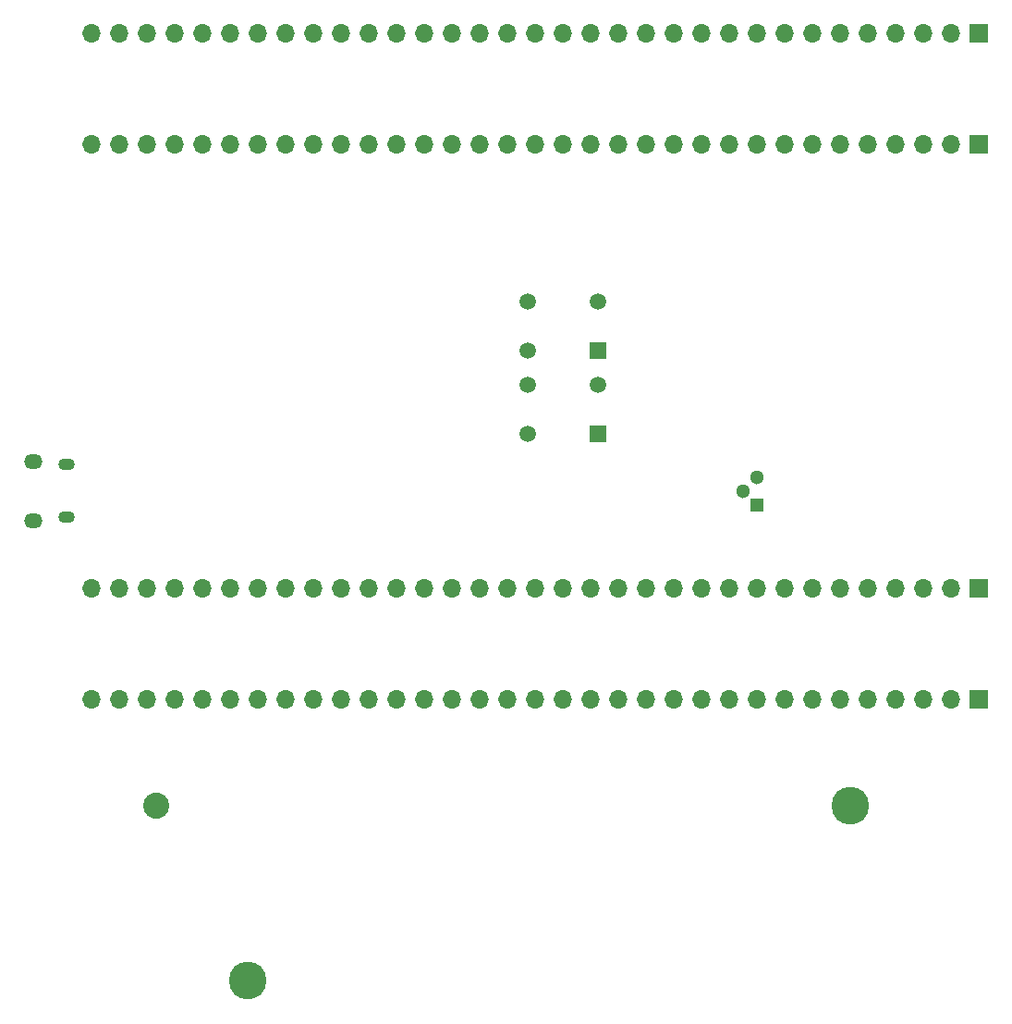
<source format=gbr>
%TF.GenerationSoftware,KiCad,Pcbnew,(6.0.2)*%
%TF.CreationDate,2022-04-13T17:52:14+02:00*%
%TF.ProjectId,main,6d61696e-2e6b-4696-9361-645f70636258,rev?*%
%TF.SameCoordinates,Original*%
%TF.FileFunction,Soldermask,Bot*%
%TF.FilePolarity,Negative*%
%FSLAX46Y46*%
G04 Gerber Fmt 4.6, Leading zero omitted, Abs format (unit mm)*
G04 Created by KiCad (PCBNEW (6.0.2)) date 2022-04-13 17:52:14*
%MOMM*%
%LPD*%
G01*
G04 APERTURE LIST*
%ADD10C,3.450000*%
%ADD11C,2.390000*%
%ADD12R,1.700000X1.700000*%
%ADD13O,1.700000X1.700000*%
%ADD14R,1.498000X1.498000*%
%ADD15C,1.498000*%
%ADD16O,1.700000X1.350000*%
%ADD17O,1.500000X1.100000*%
%ADD18R,1.300000X1.300000*%
%ADD19C,1.300000*%
G04 APERTURE END LIST*
D10*
%TO.C,BT1*%
X133650000Y-137540000D03*
D11*
X125320000Y-121540000D03*
D10*
X188850000Y-121540000D03*
%TD*%
D12*
%TO.C,J2*%
X200660000Y-60960000D03*
D13*
X198120000Y-60960000D03*
X195580000Y-60960000D03*
X193040000Y-60960000D03*
X190500000Y-60960000D03*
X187960000Y-60960000D03*
X185420000Y-60960000D03*
X182880000Y-60960000D03*
X180340000Y-60960000D03*
X177800000Y-60960000D03*
X175260000Y-60960000D03*
X172720000Y-60960000D03*
X170180000Y-60960000D03*
X167640000Y-60960000D03*
X165100000Y-60960000D03*
X162560000Y-60960000D03*
X160020000Y-60960000D03*
X157480000Y-60960000D03*
X154940000Y-60960000D03*
X152400000Y-60960000D03*
X149860000Y-60960000D03*
X147320000Y-60960000D03*
X144780000Y-60960000D03*
X142240000Y-60960000D03*
X139700000Y-60960000D03*
X137160000Y-60960000D03*
X134620000Y-60960000D03*
X132080000Y-60960000D03*
X129540000Y-60960000D03*
X127000000Y-60960000D03*
X124460000Y-60960000D03*
X121920000Y-60960000D03*
X119380000Y-60960000D03*
%TD*%
D14*
%TO.C,SW2*%
X165810000Y-87495000D03*
D15*
X159310000Y-87495000D03*
X165810000Y-82995000D03*
X159310000Y-82995000D03*
%TD*%
D16*
%TO.C,J5*%
X114055000Y-89985000D03*
D17*
X117055000Y-95135000D03*
D16*
X114055000Y-95445000D03*
D17*
X117055000Y-90295000D03*
%TD*%
D12*
%TO.C,J1*%
X200660000Y-50800000D03*
D13*
X198120000Y-50800000D03*
X195580000Y-50800000D03*
X193040000Y-50800000D03*
X190500000Y-50800000D03*
X187960000Y-50800000D03*
X185420000Y-50800000D03*
X182880000Y-50800000D03*
X180340000Y-50800000D03*
X177800000Y-50800000D03*
X175260000Y-50800000D03*
X172720000Y-50800000D03*
X170180000Y-50800000D03*
X167640000Y-50800000D03*
X165100000Y-50800000D03*
X162560000Y-50800000D03*
X160020000Y-50800000D03*
X157480000Y-50800000D03*
X154940000Y-50800000D03*
X152400000Y-50800000D03*
X149860000Y-50800000D03*
X147320000Y-50800000D03*
X144780000Y-50800000D03*
X142240000Y-50800000D03*
X139700000Y-50800000D03*
X137160000Y-50800000D03*
X134620000Y-50800000D03*
X132080000Y-50800000D03*
X129540000Y-50800000D03*
X127000000Y-50800000D03*
X124460000Y-50800000D03*
X121920000Y-50800000D03*
X119380000Y-50800000D03*
%TD*%
D14*
%TO.C,SW1*%
X165810000Y-79875000D03*
D15*
X159310000Y-79875000D03*
X165810000Y-75375000D03*
X159310000Y-75375000D03*
%TD*%
D12*
%TO.C,J4*%
X200660000Y-111760000D03*
D13*
X198120000Y-111760000D03*
X195580000Y-111760000D03*
X193040000Y-111760000D03*
X190500000Y-111760000D03*
X187960000Y-111760000D03*
X185420000Y-111760000D03*
X182880000Y-111760000D03*
X180340000Y-111760000D03*
X177800000Y-111760000D03*
X175260000Y-111760000D03*
X172720000Y-111760000D03*
X170180000Y-111760000D03*
X167640000Y-111760000D03*
X165100000Y-111760000D03*
X162560000Y-111760000D03*
X160020000Y-111760000D03*
X157480000Y-111760000D03*
X154940000Y-111760000D03*
X152400000Y-111760000D03*
X149860000Y-111760000D03*
X147320000Y-111760000D03*
X144780000Y-111760000D03*
X142240000Y-111760000D03*
X139700000Y-111760000D03*
X137160000Y-111760000D03*
X134620000Y-111760000D03*
X132080000Y-111760000D03*
X129540000Y-111760000D03*
X127000000Y-111760000D03*
X124460000Y-111760000D03*
X121920000Y-111760000D03*
X119380000Y-111760000D03*
%TD*%
D12*
%TO.C,J3*%
X200660000Y-101600000D03*
D13*
X198120000Y-101600000D03*
X195580000Y-101600000D03*
X193040000Y-101600000D03*
X190500000Y-101600000D03*
X187960000Y-101600000D03*
X185420000Y-101600000D03*
X182880000Y-101600000D03*
X180340000Y-101600000D03*
X177800000Y-101600000D03*
X175260000Y-101600000D03*
X172720000Y-101600000D03*
X170180000Y-101600000D03*
X167640000Y-101600000D03*
X165100000Y-101600000D03*
X162560000Y-101600000D03*
X160020000Y-101600000D03*
X157480000Y-101600000D03*
X154940000Y-101600000D03*
X152400000Y-101600000D03*
X149860000Y-101600000D03*
X147320000Y-101600000D03*
X144780000Y-101600000D03*
X142240000Y-101600000D03*
X139700000Y-101600000D03*
X137160000Y-101600000D03*
X134620000Y-101600000D03*
X132080000Y-101600000D03*
X129540000Y-101600000D03*
X127000000Y-101600000D03*
X124460000Y-101600000D03*
X121920000Y-101600000D03*
X119380000Y-101600000D03*
%TD*%
D18*
%TO.C,Q1*%
X180340000Y-93980000D03*
D19*
X179070000Y-92710000D03*
X180340000Y-91440000D03*
%TD*%
M02*

</source>
